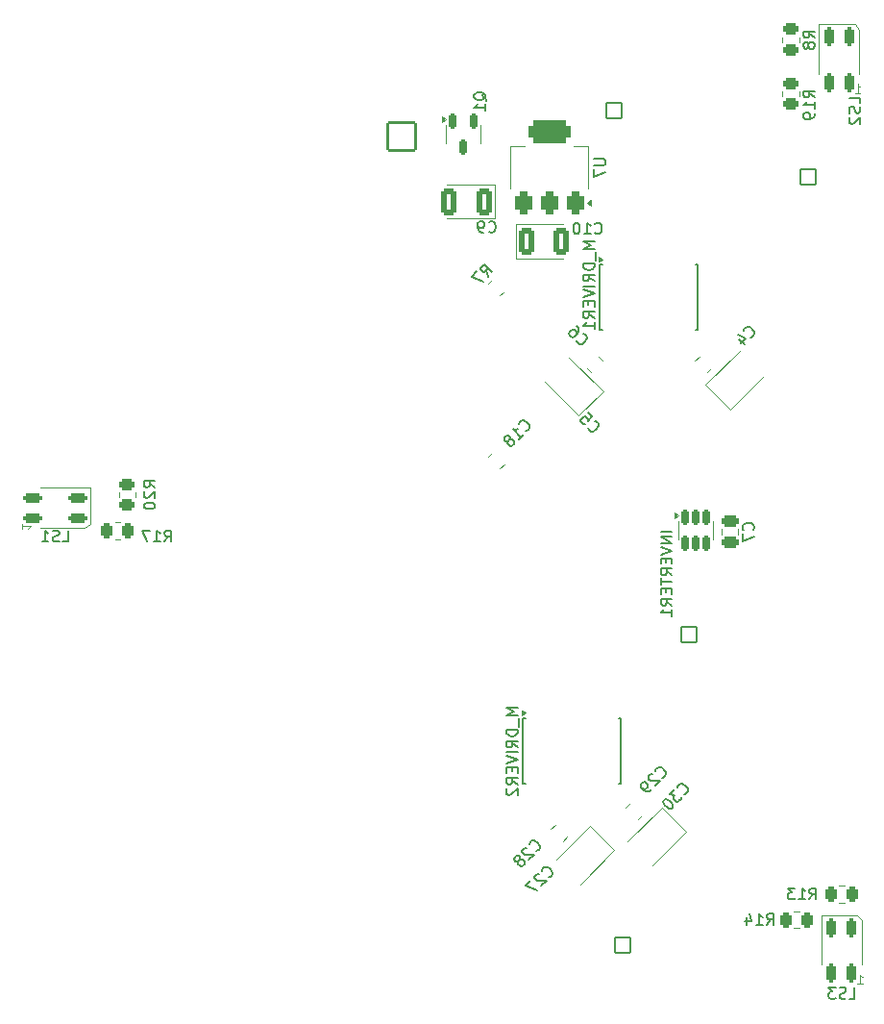
<source format=gbo>
G04 #@! TF.GenerationSoftware,KiCad,Pcbnew,8.0.1*
G04 #@! TF.CreationDate,2024-05-31T17:56:36+02:00*
G04 #@! TF.ProjectId,minisumo_pcb,6d696e69-7375-46d6-9f5f-7063622e6b69,rev?*
G04 #@! TF.SameCoordinates,Original*
G04 #@! TF.FileFunction,Legend,Bot*
G04 #@! TF.FilePolarity,Positive*
%FSLAX46Y46*%
G04 Gerber Fmt 4.6, Leading zero omitted, Abs format (unit mm)*
G04 Created by KiCad (PCBNEW 8.0.1) date 2024-05-31 17:56:36*
%MOMM*%
%LPD*%
G01*
G04 APERTURE LIST*
G04 Aperture macros list*
%AMRoundRect*
0 Rectangle with rounded corners*
0 $1 Rounding radius*
0 $2 $3 $4 $5 $6 $7 $8 $9 X,Y pos of 4 corners*
0 Add a 4 corners polygon primitive as box body*
4,1,4,$2,$3,$4,$5,$6,$7,$8,$9,$2,$3,0*
0 Add four circle primitives for the rounded corners*
1,1,$1+$1,$2,$3*
1,1,$1+$1,$4,$5*
1,1,$1+$1,$6,$7*
1,1,$1+$1,$8,$9*
0 Add four rect primitives between the rounded corners*
20,1,$1+$1,$2,$3,$4,$5,0*
20,1,$1+$1,$4,$5,$6,$7,0*
20,1,$1+$1,$6,$7,$8,$9,0*
20,1,$1+$1,$8,$9,$2,$3,0*%
G04 Aperture macros list end*
%ADD10C,0.150000*%
%ADD11C,0.100000*%
%ADD12C,0.120000*%
%ADD13RoundRect,0.102000X-1.081873X0.000000X0.000000X-1.081873X1.081873X0.000000X0.000000X1.081873X0*%
%ADD14C,1.734000*%
%ADD15RoundRect,0.102000X-1.225000X-1.225000X1.225000X-1.225000X1.225000X1.225000X-1.225000X1.225000X0*%
%ADD16C,2.654000*%
%ADD17RoundRect,0.102000X0.968736X0.000000X0.000000X0.968736X-0.968736X0.000000X0.000000X-0.968736X0*%
%ADD18C,1.574000*%
%ADD19C,1.234000*%
%ADD20RoundRect,0.102000X-0.685000X-0.685000X0.685000X-0.685000X0.685000X0.685000X-0.685000X0.685000X0*%
%ADD21RoundRect,0.102000X-0.685000X0.685000X-0.685000X-0.685000X0.685000X-0.685000X0.685000X0.685000X0*%
%ADD22RoundRect,0.102000X0.000000X-0.968736X0.968736X0.000000X0.000000X0.968736X-0.968736X0.000000X0*%
%ADD23RoundRect,0.102000X0.000000X1.081873X-1.081873X0.000000X0.000000X-1.081873X1.081873X0.000000X0*%
%ADD24RoundRect,0.102000X0.685000X0.685000X-0.685000X0.685000X-0.685000X-0.685000X0.685000X-0.685000X0*%
%ADD25C,2.079000*%
%ADD26RoundRect,0.102000X0.000000X-1.081873X1.081873X0.000000X0.000000X1.081873X-1.081873X0.000000X0*%
%ADD27R,0.450000X1.750000*%
%ADD28RoundRect,0.250000X0.262500X0.450000X-0.262500X0.450000X-0.262500X-0.450000X0.262500X-0.450000X0*%
%ADD29RoundRect,0.250000X-0.159099X0.512652X-0.512652X0.159099X0.159099X-0.512652X0.512652X-0.159099X0*%
%ADD30RoundRect,0.197500X0.632500X-0.197500X0.632500X0.197500X-0.632500X0.197500X-0.632500X-0.197500X0*%
%ADD31RoundRect,0.250000X-0.262500X-0.450000X0.262500X-0.450000X0.262500X0.450000X-0.262500X0.450000X0*%
%ADD32RoundRect,0.250000X0.512652X0.159099X0.159099X0.512652X-0.512652X-0.159099X-0.159099X-0.512652X0*%
%ADD33RoundRect,0.250000X0.945755X0.362392X0.362392X0.945755X-0.945755X-0.362392X-0.362392X-0.945755X0*%
%ADD34RoundRect,0.250000X0.475000X-0.250000X0.475000X0.250000X-0.475000X0.250000X-0.475000X-0.250000X0*%
%ADD35RoundRect,0.250000X-0.362392X0.945755X-0.945755X0.362392X0.362392X-0.945755X0.945755X-0.362392X0*%
%ADD36RoundRect,0.250000X0.362392X-0.945755X0.945755X-0.362392X-0.362392X0.945755X-0.945755X0.362392X0*%
%ADD37RoundRect,0.250000X-0.412500X-0.925000X0.412500X-0.925000X0.412500X0.925000X-0.412500X0.925000X0*%
%ADD38RoundRect,0.150000X-0.150000X0.512500X-0.150000X-0.512500X0.150000X-0.512500X0.150000X0.512500X0*%
%ADD39RoundRect,0.250000X0.159099X-0.512652X0.512652X-0.159099X-0.159099X0.512652X-0.512652X0.159099X0*%
%ADD40RoundRect,0.197500X0.197500X0.632500X-0.197500X0.632500X-0.197500X-0.632500X0.197500X-0.632500X0*%
%ADD41RoundRect,0.250000X0.450000X-0.262500X0.450000X0.262500X-0.450000X0.262500X-0.450000X-0.262500X0*%
%ADD42RoundRect,0.375000X0.375000X-0.625000X0.375000X0.625000X-0.375000X0.625000X-0.375000X-0.625000X0*%
%ADD43RoundRect,0.500000X1.400000X-0.500000X1.400000X0.500000X-1.400000X0.500000X-1.400000X-0.500000X0*%
%ADD44RoundRect,0.250000X0.412500X0.925000X-0.412500X0.925000X-0.412500X-0.925000X0.412500X-0.925000X0*%
%ADD45RoundRect,0.250000X-0.132583X0.503814X-0.503814X0.132583X0.132583X-0.503814X0.503814X-0.132583X0*%
%ADD46RoundRect,0.250000X-0.450000X0.262500X-0.450000X-0.262500X0.450000X-0.262500X0.450000X0.262500X0*%
G04 APERTURE END LIST*
D10*
X124004818Y-119790476D02*
X123004818Y-119790476D01*
X123004818Y-119790476D02*
X123719103Y-120123809D01*
X123719103Y-120123809D02*
X123004818Y-120457142D01*
X123004818Y-120457142D02*
X124004818Y-120457142D01*
X124100056Y-120695238D02*
X124100056Y-121457142D01*
X124004818Y-121695238D02*
X123004818Y-121695238D01*
X123004818Y-121695238D02*
X123004818Y-121933333D01*
X123004818Y-121933333D02*
X123052437Y-122076190D01*
X123052437Y-122076190D02*
X123147675Y-122171428D01*
X123147675Y-122171428D02*
X123242913Y-122219047D01*
X123242913Y-122219047D02*
X123433389Y-122266666D01*
X123433389Y-122266666D02*
X123576246Y-122266666D01*
X123576246Y-122266666D02*
X123766722Y-122219047D01*
X123766722Y-122219047D02*
X123861960Y-122171428D01*
X123861960Y-122171428D02*
X123957199Y-122076190D01*
X123957199Y-122076190D02*
X124004818Y-121933333D01*
X124004818Y-121933333D02*
X124004818Y-121695238D01*
X124004818Y-123266666D02*
X123528627Y-122933333D01*
X124004818Y-122695238D02*
X123004818Y-122695238D01*
X123004818Y-122695238D02*
X123004818Y-123076190D01*
X123004818Y-123076190D02*
X123052437Y-123171428D01*
X123052437Y-123171428D02*
X123100056Y-123219047D01*
X123100056Y-123219047D02*
X123195294Y-123266666D01*
X123195294Y-123266666D02*
X123338151Y-123266666D01*
X123338151Y-123266666D02*
X123433389Y-123219047D01*
X123433389Y-123219047D02*
X123481008Y-123171428D01*
X123481008Y-123171428D02*
X123528627Y-123076190D01*
X123528627Y-123076190D02*
X123528627Y-122695238D01*
X124004818Y-123695238D02*
X123004818Y-123695238D01*
X123004818Y-124028571D02*
X124004818Y-124361904D01*
X124004818Y-124361904D02*
X123004818Y-124695237D01*
X123481008Y-125028571D02*
X123481008Y-125361904D01*
X124004818Y-125504761D02*
X124004818Y-125028571D01*
X124004818Y-125028571D02*
X123004818Y-125028571D01*
X123004818Y-125028571D02*
X123004818Y-125504761D01*
X124004818Y-126504761D02*
X123528627Y-126171428D01*
X124004818Y-125933333D02*
X123004818Y-125933333D01*
X123004818Y-125933333D02*
X123004818Y-126314285D01*
X123004818Y-126314285D02*
X123052437Y-126409523D01*
X123052437Y-126409523D02*
X123100056Y-126457142D01*
X123100056Y-126457142D02*
X123195294Y-126504761D01*
X123195294Y-126504761D02*
X123338151Y-126504761D01*
X123338151Y-126504761D02*
X123433389Y-126457142D01*
X123433389Y-126457142D02*
X123481008Y-126409523D01*
X123481008Y-126409523D02*
X123528627Y-126314285D01*
X123528627Y-126314285D02*
X123528627Y-125933333D01*
X123100056Y-126885714D02*
X123052437Y-126933333D01*
X123052437Y-126933333D02*
X123004818Y-127028571D01*
X123004818Y-127028571D02*
X123004818Y-127266666D01*
X123004818Y-127266666D02*
X123052437Y-127361904D01*
X123052437Y-127361904D02*
X123100056Y-127409523D01*
X123100056Y-127409523D02*
X123195294Y-127457142D01*
X123195294Y-127457142D02*
X123290532Y-127457142D01*
X123290532Y-127457142D02*
X123433389Y-127409523D01*
X123433389Y-127409523D02*
X124004818Y-126838095D01*
X124004818Y-126838095D02*
X124004818Y-127457142D01*
X92890392Y-105148035D02*
X93223725Y-104671844D01*
X93461820Y-105148035D02*
X93461820Y-104148035D01*
X93461820Y-104148035D02*
X93080868Y-104148035D01*
X93080868Y-104148035D02*
X92985630Y-104195654D01*
X92985630Y-104195654D02*
X92938011Y-104243273D01*
X92938011Y-104243273D02*
X92890392Y-104338511D01*
X92890392Y-104338511D02*
X92890392Y-104481368D01*
X92890392Y-104481368D02*
X92938011Y-104576606D01*
X92938011Y-104576606D02*
X92985630Y-104624225D01*
X92985630Y-104624225D02*
X93080868Y-104671844D01*
X93080868Y-104671844D02*
X93461820Y-104671844D01*
X91938011Y-105148035D02*
X92509439Y-105148035D01*
X92223725Y-105148035D02*
X92223725Y-104148035D01*
X92223725Y-104148035D02*
X92318963Y-104290892D01*
X92318963Y-104290892D02*
X92414201Y-104386130D01*
X92414201Y-104386130D02*
X92509439Y-104433749D01*
X91604677Y-104148035D02*
X90938011Y-104148035D01*
X90938011Y-104148035D02*
X91366582Y-105148035D01*
X136725830Y-125910693D02*
X136793174Y-125910693D01*
X136793174Y-125910693D02*
X136927861Y-125843349D01*
X136927861Y-125843349D02*
X136995204Y-125776006D01*
X136995204Y-125776006D02*
X137062548Y-125641319D01*
X137062548Y-125641319D02*
X137062548Y-125506632D01*
X137062548Y-125506632D02*
X137028876Y-125405617D01*
X137028876Y-125405617D02*
X136927861Y-125237258D01*
X136927861Y-125237258D02*
X136826846Y-125136243D01*
X136826846Y-125136243D02*
X136658487Y-125035227D01*
X136658487Y-125035227D02*
X136557472Y-125001556D01*
X136557472Y-125001556D02*
X136422785Y-125001556D01*
X136422785Y-125001556D02*
X136288098Y-125068899D01*
X136288098Y-125068899D02*
X136220754Y-125136243D01*
X136220754Y-125136243D02*
X136153411Y-125270930D01*
X136153411Y-125270930D02*
X136153411Y-125338273D01*
X135884037Y-125607647D02*
X135816693Y-125607647D01*
X135816693Y-125607647D02*
X135715678Y-125641319D01*
X135715678Y-125641319D02*
X135547319Y-125809678D01*
X135547319Y-125809678D02*
X135513647Y-125910693D01*
X135513647Y-125910693D02*
X135513647Y-125978036D01*
X135513647Y-125978036D02*
X135547319Y-126079052D01*
X135547319Y-126079052D02*
X135614663Y-126146395D01*
X135614663Y-126146395D02*
X135749350Y-126213739D01*
X135749350Y-126213739D02*
X136557472Y-126213739D01*
X136557472Y-126213739D02*
X136119739Y-126651471D01*
X135783021Y-126988189D02*
X135648334Y-127122876D01*
X135648334Y-127122876D02*
X135547319Y-127156548D01*
X135547319Y-127156548D02*
X135479975Y-127156548D01*
X135479975Y-127156548D02*
X135311617Y-127122876D01*
X135311617Y-127122876D02*
X135143258Y-127021861D01*
X135143258Y-127021861D02*
X134873884Y-126752487D01*
X134873884Y-126752487D02*
X134840212Y-126651472D01*
X134840212Y-126651472D02*
X134840212Y-126584128D01*
X134840212Y-126584128D02*
X134873884Y-126483113D01*
X134873884Y-126483113D02*
X135008571Y-126348426D01*
X135008571Y-126348426D02*
X135109586Y-126314754D01*
X135109586Y-126314754D02*
X135176930Y-126314754D01*
X135176930Y-126314754D02*
X135277945Y-126348426D01*
X135277945Y-126348426D02*
X135446304Y-126516785D01*
X135446304Y-126516785D02*
X135479975Y-126617800D01*
X135479975Y-126617800D02*
X135479975Y-126685143D01*
X135479975Y-126685143D02*
X135446304Y-126786159D01*
X135446304Y-126786159D02*
X135311617Y-126920846D01*
X135311617Y-126920846D02*
X135210601Y-126954517D01*
X135210601Y-126954517D02*
X135143258Y-126954517D01*
X135143258Y-126954517D02*
X135042243Y-126920846D01*
X83890392Y-105148035D02*
X84366582Y-105148035D01*
X84366582Y-105148035D02*
X84366582Y-104148035D01*
X83604677Y-105100416D02*
X83461820Y-105148035D01*
X83461820Y-105148035D02*
X83223725Y-105148035D01*
X83223725Y-105148035D02*
X83128487Y-105100416D01*
X83128487Y-105100416D02*
X83080868Y-105052796D01*
X83080868Y-105052796D02*
X83033249Y-104957558D01*
X83033249Y-104957558D02*
X83033249Y-104862320D01*
X83033249Y-104862320D02*
X83080868Y-104767082D01*
X83080868Y-104767082D02*
X83128487Y-104719463D01*
X83128487Y-104719463D02*
X83223725Y-104671844D01*
X83223725Y-104671844D02*
X83414201Y-104624225D01*
X83414201Y-104624225D02*
X83509439Y-104576606D01*
X83509439Y-104576606D02*
X83557058Y-104528987D01*
X83557058Y-104528987D02*
X83604677Y-104433749D01*
X83604677Y-104433749D02*
X83604677Y-104338511D01*
X83604677Y-104338511D02*
X83557058Y-104243273D01*
X83557058Y-104243273D02*
X83509439Y-104195654D01*
X83509439Y-104195654D02*
X83414201Y-104148035D01*
X83414201Y-104148035D02*
X83176106Y-104148035D01*
X83176106Y-104148035D02*
X83033249Y-104195654D01*
X82080868Y-105148035D02*
X82652296Y-105148035D01*
X82366582Y-105148035D02*
X82366582Y-104148035D01*
X82366582Y-104148035D02*
X82461820Y-104290892D01*
X82461820Y-104290892D02*
X82557058Y-104386130D01*
X82557058Y-104386130D02*
X82652296Y-104433749D01*
D11*
X80300639Y-103577903D02*
X80300639Y-104035046D01*
X80300639Y-103806474D02*
X81100639Y-103806474D01*
X81100639Y-103806474D02*
X80986354Y-103882665D01*
X80986354Y-103882665D02*
X80910163Y-103958855D01*
X80910163Y-103958855D02*
X80872068Y-104035046D01*
D10*
X145968641Y-138898035D02*
X146301974Y-138421844D01*
X146540069Y-138898035D02*
X146540069Y-137898035D01*
X146540069Y-137898035D02*
X146159117Y-137898035D01*
X146159117Y-137898035D02*
X146063879Y-137945654D01*
X146063879Y-137945654D02*
X146016260Y-137993273D01*
X146016260Y-137993273D02*
X145968641Y-138088511D01*
X145968641Y-138088511D02*
X145968641Y-138231368D01*
X145968641Y-138231368D02*
X146016260Y-138326606D01*
X146016260Y-138326606D02*
X146063879Y-138374225D01*
X146063879Y-138374225D02*
X146159117Y-138421844D01*
X146159117Y-138421844D02*
X146540069Y-138421844D01*
X145016260Y-138898035D02*
X145587688Y-138898035D01*
X145301974Y-138898035D02*
X145301974Y-137898035D01*
X145301974Y-137898035D02*
X145397212Y-138040892D01*
X145397212Y-138040892D02*
X145492450Y-138136130D01*
X145492450Y-138136130D02*
X145587688Y-138183749D01*
X144159117Y-138231368D02*
X144159117Y-138898035D01*
X144397212Y-137850416D02*
X144635307Y-138564701D01*
X144635307Y-138564701D02*
X144016260Y-138564701D01*
X125608830Y-132399693D02*
X125676174Y-132399693D01*
X125676174Y-132399693D02*
X125810861Y-132332349D01*
X125810861Y-132332349D02*
X125878204Y-132265006D01*
X125878204Y-132265006D02*
X125945548Y-132130319D01*
X125945548Y-132130319D02*
X125945548Y-131995632D01*
X125945548Y-131995632D02*
X125911876Y-131894617D01*
X125911876Y-131894617D02*
X125810861Y-131726258D01*
X125810861Y-131726258D02*
X125709846Y-131625243D01*
X125709846Y-131625243D02*
X125541487Y-131524227D01*
X125541487Y-131524227D02*
X125440472Y-131490556D01*
X125440472Y-131490556D02*
X125305785Y-131490556D01*
X125305785Y-131490556D02*
X125171098Y-131557899D01*
X125171098Y-131557899D02*
X125103754Y-131625243D01*
X125103754Y-131625243D02*
X125036411Y-131759930D01*
X125036411Y-131759930D02*
X125036411Y-131827273D01*
X124767037Y-132096647D02*
X124699693Y-132096647D01*
X124699693Y-132096647D02*
X124598678Y-132130319D01*
X124598678Y-132130319D02*
X124430319Y-132298678D01*
X124430319Y-132298678D02*
X124396647Y-132399693D01*
X124396647Y-132399693D02*
X124396647Y-132467036D01*
X124396647Y-132467036D02*
X124430319Y-132568052D01*
X124430319Y-132568052D02*
X124497663Y-132635395D01*
X124497663Y-132635395D02*
X124632350Y-132702739D01*
X124632350Y-132702739D02*
X125440472Y-132702739D01*
X125440472Y-132702739D02*
X125002739Y-133140471D01*
X124194617Y-133140472D02*
X124228288Y-133039456D01*
X124228288Y-133039456D02*
X124228288Y-132972113D01*
X124228288Y-132972113D02*
X124194617Y-132871098D01*
X124194617Y-132871098D02*
X124160945Y-132837426D01*
X124160945Y-132837426D02*
X124059930Y-132803754D01*
X124059930Y-132803754D02*
X123992586Y-132803754D01*
X123992586Y-132803754D02*
X123891571Y-132837426D01*
X123891571Y-132837426D02*
X123756884Y-132972113D01*
X123756884Y-132972113D02*
X123723212Y-133073128D01*
X123723212Y-133073128D02*
X123723212Y-133140472D01*
X123723212Y-133140472D02*
X123756884Y-133241487D01*
X123756884Y-133241487D02*
X123790556Y-133275159D01*
X123790556Y-133275159D02*
X123891571Y-133308830D01*
X123891571Y-133308830D02*
X123958914Y-133308830D01*
X123958914Y-133308830D02*
X124059930Y-133275159D01*
X124059930Y-133275159D02*
X124194617Y-133140472D01*
X124194617Y-133140472D02*
X124295632Y-133106800D01*
X124295632Y-133106800D02*
X124362975Y-133106800D01*
X124362975Y-133106800D02*
X124463991Y-133140472D01*
X124463991Y-133140472D02*
X124598678Y-133275159D01*
X124598678Y-133275159D02*
X124632349Y-133376174D01*
X124632349Y-133376174D02*
X124632349Y-133443517D01*
X124632349Y-133443517D02*
X124598678Y-133544533D01*
X124598678Y-133544533D02*
X124463991Y-133679220D01*
X124463991Y-133679220D02*
X124362975Y-133712891D01*
X124362975Y-133712891D02*
X124295632Y-133712891D01*
X124295632Y-133712891D02*
X124194617Y-133679220D01*
X124194617Y-133679220D02*
X124059930Y-133544533D01*
X124059930Y-133544533D02*
X124026258Y-133443517D01*
X124026258Y-133443517D02*
X124026258Y-133376174D01*
X124026258Y-133376174D02*
X124059930Y-133275159D01*
X129188664Y-87432238D02*
X129188664Y-87499582D01*
X129188664Y-87499582D02*
X129256008Y-87634269D01*
X129256008Y-87634269D02*
X129323351Y-87701612D01*
X129323351Y-87701612D02*
X129458038Y-87768956D01*
X129458038Y-87768956D02*
X129592725Y-87768956D01*
X129592725Y-87768956D02*
X129693740Y-87735284D01*
X129693740Y-87735284D02*
X129862099Y-87634269D01*
X129862099Y-87634269D02*
X129963114Y-87533254D01*
X129963114Y-87533254D02*
X130064130Y-87364895D01*
X130064130Y-87364895D02*
X130097801Y-87263880D01*
X130097801Y-87263880D02*
X130097801Y-87129193D01*
X130097801Y-87129193D02*
X130030458Y-86994506D01*
X130030458Y-86994506D02*
X129963114Y-86927162D01*
X129963114Y-86927162D02*
X129828427Y-86859819D01*
X129828427Y-86859819D02*
X129761084Y-86859819D01*
X129222336Y-86186384D02*
X129357023Y-86321071D01*
X129357023Y-86321071D02*
X129390695Y-86422086D01*
X129390695Y-86422086D02*
X129390695Y-86489429D01*
X129390695Y-86489429D02*
X129357023Y-86657788D01*
X129357023Y-86657788D02*
X129256008Y-86826147D01*
X129256008Y-86826147D02*
X128986634Y-87095521D01*
X128986634Y-87095521D02*
X128885618Y-87129193D01*
X128885618Y-87129193D02*
X128818275Y-87129193D01*
X128818275Y-87129193D02*
X128717260Y-87095521D01*
X128717260Y-87095521D02*
X128582573Y-86960834D01*
X128582573Y-86960834D02*
X128548901Y-86859819D01*
X128548901Y-86859819D02*
X128548901Y-86792475D01*
X128548901Y-86792475D02*
X128582573Y-86691460D01*
X128582573Y-86691460D02*
X128750931Y-86523101D01*
X128750931Y-86523101D02*
X128851947Y-86489429D01*
X128851947Y-86489429D02*
X128919290Y-86489429D01*
X128919290Y-86489429D02*
X129020305Y-86523101D01*
X129020305Y-86523101D02*
X129154992Y-86657788D01*
X129154992Y-86657788D02*
X129188664Y-86758803D01*
X129188664Y-86758803D02*
X129188664Y-86826147D01*
X129188664Y-86826147D02*
X129154992Y-86927162D01*
X130212111Y-95094112D02*
X130212111Y-95161456D01*
X130212111Y-95161456D02*
X130279455Y-95296143D01*
X130279455Y-95296143D02*
X130346798Y-95363486D01*
X130346798Y-95363486D02*
X130481485Y-95430830D01*
X130481485Y-95430830D02*
X130616172Y-95430830D01*
X130616172Y-95430830D02*
X130717187Y-95397158D01*
X130717187Y-95397158D02*
X130885546Y-95296143D01*
X130885546Y-95296143D02*
X130986561Y-95195128D01*
X130986561Y-95195128D02*
X131087577Y-95026769D01*
X131087577Y-95026769D02*
X131121248Y-94925754D01*
X131121248Y-94925754D02*
X131121248Y-94791067D01*
X131121248Y-94791067D02*
X131053905Y-94656380D01*
X131053905Y-94656380D02*
X130986561Y-94589036D01*
X130986561Y-94589036D02*
X130851874Y-94521693D01*
X130851874Y-94521693D02*
X130784531Y-94521693D01*
X130212111Y-93814586D02*
X130548829Y-94151303D01*
X130548829Y-94151303D02*
X130245783Y-94521693D01*
X130245783Y-94521693D02*
X130245783Y-94454349D01*
X130245783Y-94454349D02*
X130212111Y-94353334D01*
X130212111Y-94353334D02*
X130043752Y-94184975D01*
X130043752Y-94184975D02*
X129942737Y-94151303D01*
X129942737Y-94151303D02*
X129875394Y-94151303D01*
X129875394Y-94151303D02*
X129774378Y-94184975D01*
X129774378Y-94184975D02*
X129606020Y-94353334D01*
X129606020Y-94353334D02*
X129572348Y-94454349D01*
X129572348Y-94454349D02*
X129572348Y-94521693D01*
X129572348Y-94521693D02*
X129606020Y-94622708D01*
X129606020Y-94622708D02*
X129774378Y-94791067D01*
X129774378Y-94791067D02*
X129875394Y-94824738D01*
X129875394Y-94824738D02*
X129942737Y-94824738D01*
X144739579Y-104110833D02*
X144787199Y-104063214D01*
X144787199Y-104063214D02*
X144834818Y-103920357D01*
X144834818Y-103920357D02*
X144834818Y-103825119D01*
X144834818Y-103825119D02*
X144787199Y-103682262D01*
X144787199Y-103682262D02*
X144691960Y-103587024D01*
X144691960Y-103587024D02*
X144596722Y-103539405D01*
X144596722Y-103539405D02*
X144406246Y-103491786D01*
X144406246Y-103491786D02*
X144263389Y-103491786D01*
X144263389Y-103491786D02*
X144072913Y-103539405D01*
X144072913Y-103539405D02*
X143977675Y-103587024D01*
X143977675Y-103587024D02*
X143882437Y-103682262D01*
X143882437Y-103682262D02*
X143834818Y-103825119D01*
X143834818Y-103825119D02*
X143834818Y-103920357D01*
X143834818Y-103920357D02*
X143882437Y-104063214D01*
X143882437Y-104063214D02*
X143930056Y-104110833D01*
X143834818Y-104444167D02*
X143834818Y-105110833D01*
X143834818Y-105110833D02*
X144834818Y-104682262D01*
X126708830Y-134699693D02*
X126776174Y-134699693D01*
X126776174Y-134699693D02*
X126910861Y-134632349D01*
X126910861Y-134632349D02*
X126978204Y-134565006D01*
X126978204Y-134565006D02*
X127045548Y-134430319D01*
X127045548Y-134430319D02*
X127045548Y-134295632D01*
X127045548Y-134295632D02*
X127011876Y-134194617D01*
X127011876Y-134194617D02*
X126910861Y-134026258D01*
X126910861Y-134026258D02*
X126809846Y-133925243D01*
X126809846Y-133925243D02*
X126641487Y-133824227D01*
X126641487Y-133824227D02*
X126540472Y-133790556D01*
X126540472Y-133790556D02*
X126405785Y-133790556D01*
X126405785Y-133790556D02*
X126271098Y-133857899D01*
X126271098Y-133857899D02*
X126203754Y-133925243D01*
X126203754Y-133925243D02*
X126136411Y-134059930D01*
X126136411Y-134059930D02*
X126136411Y-134127273D01*
X125867037Y-134396647D02*
X125799693Y-134396647D01*
X125799693Y-134396647D02*
X125698678Y-134430319D01*
X125698678Y-134430319D02*
X125530319Y-134598678D01*
X125530319Y-134598678D02*
X125496647Y-134699693D01*
X125496647Y-134699693D02*
X125496647Y-134767036D01*
X125496647Y-134767036D02*
X125530319Y-134868052D01*
X125530319Y-134868052D02*
X125597663Y-134935395D01*
X125597663Y-134935395D02*
X125732350Y-135002739D01*
X125732350Y-135002739D02*
X126540472Y-135002739D01*
X126540472Y-135002739D02*
X126102739Y-135440471D01*
X125159930Y-134969067D02*
X124688525Y-135440472D01*
X124688525Y-135440472D02*
X125698678Y-135844533D01*
X144517112Y-87131411D02*
X144584456Y-87131411D01*
X144584456Y-87131411D02*
X144719143Y-87064067D01*
X144719143Y-87064067D02*
X144786486Y-86996724D01*
X144786486Y-86996724D02*
X144853830Y-86862037D01*
X144853830Y-86862037D02*
X144853830Y-86727350D01*
X144853830Y-86727350D02*
X144820158Y-86626335D01*
X144820158Y-86626335D02*
X144719143Y-86457976D01*
X144719143Y-86457976D02*
X144618128Y-86356961D01*
X144618128Y-86356961D02*
X144449769Y-86255945D01*
X144449769Y-86255945D02*
X144348754Y-86222274D01*
X144348754Y-86222274D02*
X144214067Y-86222274D01*
X144214067Y-86222274D02*
X144079380Y-86289617D01*
X144079380Y-86289617D02*
X144012036Y-86356961D01*
X144012036Y-86356961D02*
X143944693Y-86491648D01*
X143944693Y-86491648D02*
X143944693Y-86558991D01*
X143506960Y-87333441D02*
X143978364Y-87804846D01*
X143405945Y-86895709D02*
X144079380Y-87232426D01*
X144079380Y-87232426D02*
X143641647Y-87670159D01*
X130817857Y-77959580D02*
X130865476Y-78007200D01*
X130865476Y-78007200D02*
X131008333Y-78054819D01*
X131008333Y-78054819D02*
X131103571Y-78054819D01*
X131103571Y-78054819D02*
X131246428Y-78007200D01*
X131246428Y-78007200D02*
X131341666Y-77911961D01*
X131341666Y-77911961D02*
X131389285Y-77816723D01*
X131389285Y-77816723D02*
X131436904Y-77626247D01*
X131436904Y-77626247D02*
X131436904Y-77483390D01*
X131436904Y-77483390D02*
X131389285Y-77292914D01*
X131389285Y-77292914D02*
X131341666Y-77197676D01*
X131341666Y-77197676D02*
X131246428Y-77102438D01*
X131246428Y-77102438D02*
X131103571Y-77054819D01*
X131103571Y-77054819D02*
X131008333Y-77054819D01*
X131008333Y-77054819D02*
X130865476Y-77102438D01*
X130865476Y-77102438D02*
X130817857Y-77150057D01*
X129865476Y-78054819D02*
X130436904Y-78054819D01*
X130151190Y-78054819D02*
X130151190Y-77054819D01*
X130151190Y-77054819D02*
X130246428Y-77197676D01*
X130246428Y-77197676D02*
X130341666Y-77292914D01*
X130341666Y-77292914D02*
X130436904Y-77340533D01*
X129246428Y-77054819D02*
X129151190Y-77054819D01*
X129151190Y-77054819D02*
X129055952Y-77102438D01*
X129055952Y-77102438D02*
X129008333Y-77150057D01*
X129008333Y-77150057D02*
X128960714Y-77245295D01*
X128960714Y-77245295D02*
X128913095Y-77435771D01*
X128913095Y-77435771D02*
X128913095Y-77673866D01*
X128913095Y-77673866D02*
X128960714Y-77864342D01*
X128960714Y-77864342D02*
X129008333Y-77959580D01*
X129008333Y-77959580D02*
X129055952Y-78007200D01*
X129055952Y-78007200D02*
X129151190Y-78054819D01*
X129151190Y-78054819D02*
X129246428Y-78054819D01*
X129246428Y-78054819D02*
X129341666Y-78007200D01*
X129341666Y-78007200D02*
X129389285Y-77959580D01*
X129389285Y-77959580D02*
X129436904Y-77864342D01*
X129436904Y-77864342D02*
X129484523Y-77673866D01*
X129484523Y-77673866D02*
X129484523Y-77435771D01*
X129484523Y-77435771D02*
X129436904Y-77245295D01*
X129436904Y-77245295D02*
X129389285Y-77150057D01*
X129389285Y-77150057D02*
X129341666Y-77102438D01*
X129341666Y-77102438D02*
X129246428Y-77054819D01*
X121250057Y-66304761D02*
X121202438Y-66209523D01*
X121202438Y-66209523D02*
X121107200Y-66114285D01*
X121107200Y-66114285D02*
X120964342Y-65971428D01*
X120964342Y-65971428D02*
X120916723Y-65876190D01*
X120916723Y-65876190D02*
X120916723Y-65780952D01*
X121154819Y-65828571D02*
X121107200Y-65733333D01*
X121107200Y-65733333D02*
X121011961Y-65638095D01*
X121011961Y-65638095D02*
X120821485Y-65590476D01*
X120821485Y-65590476D02*
X120488152Y-65590476D01*
X120488152Y-65590476D02*
X120297676Y-65638095D01*
X120297676Y-65638095D02*
X120202438Y-65733333D01*
X120202438Y-65733333D02*
X120154819Y-65828571D01*
X120154819Y-65828571D02*
X120154819Y-66019047D01*
X120154819Y-66019047D02*
X120202438Y-66114285D01*
X120202438Y-66114285D02*
X120297676Y-66209523D01*
X120297676Y-66209523D02*
X120488152Y-66257142D01*
X120488152Y-66257142D02*
X120821485Y-66257142D01*
X120821485Y-66257142D02*
X121011961Y-66209523D01*
X121011961Y-66209523D02*
X121107200Y-66114285D01*
X121107200Y-66114285D02*
X121154819Y-66019047D01*
X121154819Y-66019047D02*
X121154819Y-65828571D01*
X121154819Y-67209523D02*
X121154819Y-66638095D01*
X121154819Y-66923809D02*
X120154819Y-66923809D01*
X120154819Y-66923809D02*
X120297676Y-66828571D01*
X120297676Y-66828571D02*
X120392914Y-66733333D01*
X120392914Y-66733333D02*
X120440533Y-66638095D01*
X149718641Y-136648035D02*
X150051974Y-136171844D01*
X150290069Y-136648035D02*
X150290069Y-135648035D01*
X150290069Y-135648035D02*
X149909117Y-135648035D01*
X149909117Y-135648035D02*
X149813879Y-135695654D01*
X149813879Y-135695654D02*
X149766260Y-135743273D01*
X149766260Y-135743273D02*
X149718641Y-135838511D01*
X149718641Y-135838511D02*
X149718641Y-135981368D01*
X149718641Y-135981368D02*
X149766260Y-136076606D01*
X149766260Y-136076606D02*
X149813879Y-136124225D01*
X149813879Y-136124225D02*
X149909117Y-136171844D01*
X149909117Y-136171844D02*
X150290069Y-136171844D01*
X148766260Y-136648035D02*
X149337688Y-136648035D01*
X149051974Y-136648035D02*
X149051974Y-135648035D01*
X149051974Y-135648035D02*
X149147212Y-135790892D01*
X149147212Y-135790892D02*
X149242450Y-135886130D01*
X149242450Y-135886130D02*
X149337688Y-135933749D01*
X148432926Y-135648035D02*
X147813879Y-135648035D01*
X147813879Y-135648035D02*
X148147212Y-136028987D01*
X148147212Y-136028987D02*
X148004355Y-136028987D01*
X148004355Y-136028987D02*
X147909117Y-136076606D01*
X147909117Y-136076606D02*
X147861498Y-136124225D01*
X147861498Y-136124225D02*
X147813879Y-136219463D01*
X147813879Y-136219463D02*
X147813879Y-136457558D01*
X147813879Y-136457558D02*
X147861498Y-136552796D01*
X147861498Y-136552796D02*
X147909117Y-136600416D01*
X147909117Y-136600416D02*
X148004355Y-136648035D01*
X148004355Y-136648035D02*
X148290069Y-136648035D01*
X148290069Y-136648035D02*
X148385307Y-136600416D01*
X148385307Y-136600416D02*
X148432926Y-136552796D01*
X138681630Y-127383893D02*
X138748974Y-127383893D01*
X138748974Y-127383893D02*
X138883661Y-127316549D01*
X138883661Y-127316549D02*
X138951004Y-127249206D01*
X138951004Y-127249206D02*
X139018348Y-127114519D01*
X139018348Y-127114519D02*
X139018348Y-126979832D01*
X139018348Y-126979832D02*
X138984676Y-126878817D01*
X138984676Y-126878817D02*
X138883661Y-126710458D01*
X138883661Y-126710458D02*
X138782646Y-126609443D01*
X138782646Y-126609443D02*
X138614287Y-126508427D01*
X138614287Y-126508427D02*
X138513272Y-126474756D01*
X138513272Y-126474756D02*
X138378585Y-126474756D01*
X138378585Y-126474756D02*
X138243898Y-126542099D01*
X138243898Y-126542099D02*
X138176554Y-126609443D01*
X138176554Y-126609443D02*
X138109211Y-126744130D01*
X138109211Y-126744130D02*
X138109211Y-126811473D01*
X137806165Y-126979832D02*
X137368432Y-127417565D01*
X137368432Y-127417565D02*
X137873508Y-127451236D01*
X137873508Y-127451236D02*
X137772493Y-127552252D01*
X137772493Y-127552252D02*
X137738821Y-127653267D01*
X137738821Y-127653267D02*
X137738821Y-127720610D01*
X137738821Y-127720610D02*
X137772493Y-127821626D01*
X137772493Y-127821626D02*
X137940852Y-127989984D01*
X137940852Y-127989984D02*
X138041867Y-128023656D01*
X138041867Y-128023656D02*
X138109211Y-128023656D01*
X138109211Y-128023656D02*
X138210226Y-127989984D01*
X138210226Y-127989984D02*
X138412256Y-127787954D01*
X138412256Y-127787954D02*
X138445928Y-127686939D01*
X138445928Y-127686939D02*
X138445928Y-127619595D01*
X136930699Y-127855298D02*
X136863356Y-127922641D01*
X136863356Y-127922641D02*
X136829684Y-128023656D01*
X136829684Y-128023656D02*
X136829684Y-128091000D01*
X136829684Y-128091000D02*
X136863356Y-128192015D01*
X136863356Y-128192015D02*
X136964371Y-128360374D01*
X136964371Y-128360374D02*
X137132730Y-128528733D01*
X137132730Y-128528733D02*
X137301088Y-128629748D01*
X137301088Y-128629748D02*
X137402104Y-128663420D01*
X137402104Y-128663420D02*
X137469447Y-128663420D01*
X137469447Y-128663420D02*
X137570462Y-128629748D01*
X137570462Y-128629748D02*
X137637806Y-128562404D01*
X137637806Y-128562404D02*
X137671478Y-128461389D01*
X137671478Y-128461389D02*
X137671478Y-128394046D01*
X137671478Y-128394046D02*
X137637806Y-128293030D01*
X137637806Y-128293030D02*
X137536791Y-128124672D01*
X137536791Y-128124672D02*
X137368432Y-127956313D01*
X137368432Y-127956313D02*
X137200073Y-127855298D01*
X137200073Y-127855298D02*
X137099058Y-127821626D01*
X137099058Y-127821626D02*
X137031714Y-127821626D01*
X137031714Y-127821626D02*
X136930699Y-127855298D01*
X137614819Y-104235714D02*
X136614819Y-104235714D01*
X137614819Y-104711904D02*
X136614819Y-104711904D01*
X136614819Y-104711904D02*
X137614819Y-105283332D01*
X137614819Y-105283332D02*
X136614819Y-105283332D01*
X136614819Y-105616666D02*
X137614819Y-105949999D01*
X137614819Y-105949999D02*
X136614819Y-106283332D01*
X137091009Y-106616666D02*
X137091009Y-106949999D01*
X137614819Y-107092856D02*
X137614819Y-106616666D01*
X137614819Y-106616666D02*
X136614819Y-106616666D01*
X136614819Y-106616666D02*
X136614819Y-107092856D01*
X137614819Y-108092856D02*
X137138628Y-107759523D01*
X137614819Y-107521428D02*
X136614819Y-107521428D01*
X136614819Y-107521428D02*
X136614819Y-107902380D01*
X136614819Y-107902380D02*
X136662438Y-107997618D01*
X136662438Y-107997618D02*
X136710057Y-108045237D01*
X136710057Y-108045237D02*
X136805295Y-108092856D01*
X136805295Y-108092856D02*
X136948152Y-108092856D01*
X136948152Y-108092856D02*
X137043390Y-108045237D01*
X137043390Y-108045237D02*
X137091009Y-107997618D01*
X137091009Y-107997618D02*
X137138628Y-107902380D01*
X137138628Y-107902380D02*
X137138628Y-107521428D01*
X136614819Y-108378571D02*
X136614819Y-108949999D01*
X137614819Y-108664285D02*
X136614819Y-108664285D01*
X137091009Y-109283333D02*
X137091009Y-109616666D01*
X137614819Y-109759523D02*
X137614819Y-109283333D01*
X137614819Y-109283333D02*
X136614819Y-109283333D01*
X136614819Y-109283333D02*
X136614819Y-109759523D01*
X137614819Y-110759523D02*
X137138628Y-110426190D01*
X137614819Y-110188095D02*
X136614819Y-110188095D01*
X136614819Y-110188095D02*
X136614819Y-110569047D01*
X136614819Y-110569047D02*
X136662438Y-110664285D01*
X136662438Y-110664285D02*
X136710057Y-110711904D01*
X136710057Y-110711904D02*
X136805295Y-110759523D01*
X136805295Y-110759523D02*
X136948152Y-110759523D01*
X136948152Y-110759523D02*
X137043390Y-110711904D01*
X137043390Y-110711904D02*
X137091009Y-110664285D01*
X137091009Y-110664285D02*
X137138628Y-110569047D01*
X137138628Y-110569047D02*
X137138628Y-110188095D01*
X137614819Y-111711904D02*
X137614819Y-111140476D01*
X137614819Y-111426190D02*
X136614819Y-111426190D01*
X136614819Y-111426190D02*
X136757676Y-111330952D01*
X136757676Y-111330952D02*
X136852914Y-111235714D01*
X136852914Y-111235714D02*
X136900533Y-111140476D01*
X153218641Y-145398035D02*
X153694831Y-145398035D01*
X153694831Y-145398035D02*
X153694831Y-144398035D01*
X152932926Y-145350416D02*
X152790069Y-145398035D01*
X152790069Y-145398035D02*
X152551974Y-145398035D01*
X152551974Y-145398035D02*
X152456736Y-145350416D01*
X152456736Y-145350416D02*
X152409117Y-145302796D01*
X152409117Y-145302796D02*
X152361498Y-145207558D01*
X152361498Y-145207558D02*
X152361498Y-145112320D01*
X152361498Y-145112320D02*
X152409117Y-145017082D01*
X152409117Y-145017082D02*
X152456736Y-144969463D01*
X152456736Y-144969463D02*
X152551974Y-144921844D01*
X152551974Y-144921844D02*
X152742450Y-144874225D01*
X152742450Y-144874225D02*
X152837688Y-144826606D01*
X152837688Y-144826606D02*
X152885307Y-144778987D01*
X152885307Y-144778987D02*
X152932926Y-144683749D01*
X152932926Y-144683749D02*
X152932926Y-144588511D01*
X152932926Y-144588511D02*
X152885307Y-144493273D01*
X152885307Y-144493273D02*
X152837688Y-144445654D01*
X152837688Y-144445654D02*
X152742450Y-144398035D01*
X152742450Y-144398035D02*
X152504355Y-144398035D01*
X152504355Y-144398035D02*
X152361498Y-144445654D01*
X152028164Y-144398035D02*
X151409117Y-144398035D01*
X151409117Y-144398035D02*
X151742450Y-144778987D01*
X151742450Y-144778987D02*
X151599593Y-144778987D01*
X151599593Y-144778987D02*
X151504355Y-144826606D01*
X151504355Y-144826606D02*
X151456736Y-144874225D01*
X151456736Y-144874225D02*
X151409117Y-144969463D01*
X151409117Y-144969463D02*
X151409117Y-145207558D01*
X151409117Y-145207558D02*
X151456736Y-145302796D01*
X151456736Y-145302796D02*
X151504355Y-145350416D01*
X151504355Y-145350416D02*
X151599593Y-145398035D01*
X151599593Y-145398035D02*
X151885307Y-145398035D01*
X151885307Y-145398035D02*
X151980545Y-145350416D01*
X151980545Y-145350416D02*
X152028164Y-145302796D01*
D11*
X153927386Y-144063111D02*
X154384529Y-144063111D01*
X154155957Y-144063111D02*
X154155957Y-143263111D01*
X154155957Y-143263111D02*
X154232148Y-143377396D01*
X154232148Y-143377396D02*
X154308338Y-143453587D01*
X154308338Y-143453587D02*
X154384529Y-143491682D01*
D10*
X150180603Y-60776549D02*
X149704412Y-60443216D01*
X150180603Y-60205121D02*
X149180603Y-60205121D01*
X149180603Y-60205121D02*
X149180603Y-60586073D01*
X149180603Y-60586073D02*
X149228222Y-60681311D01*
X149228222Y-60681311D02*
X149275841Y-60728930D01*
X149275841Y-60728930D02*
X149371079Y-60776549D01*
X149371079Y-60776549D02*
X149513936Y-60776549D01*
X149513936Y-60776549D02*
X149609174Y-60728930D01*
X149609174Y-60728930D02*
X149656793Y-60681311D01*
X149656793Y-60681311D02*
X149704412Y-60586073D01*
X149704412Y-60586073D02*
X149704412Y-60205121D01*
X149609174Y-61347978D02*
X149561555Y-61252740D01*
X149561555Y-61252740D02*
X149513936Y-61205121D01*
X149513936Y-61205121D02*
X149418698Y-61157502D01*
X149418698Y-61157502D02*
X149371079Y-61157502D01*
X149371079Y-61157502D02*
X149275841Y-61205121D01*
X149275841Y-61205121D02*
X149228222Y-61252740D01*
X149228222Y-61252740D02*
X149180603Y-61347978D01*
X149180603Y-61347978D02*
X149180603Y-61538454D01*
X149180603Y-61538454D02*
X149228222Y-61633692D01*
X149228222Y-61633692D02*
X149275841Y-61681311D01*
X149275841Y-61681311D02*
X149371079Y-61728930D01*
X149371079Y-61728930D02*
X149418698Y-61728930D01*
X149418698Y-61728930D02*
X149513936Y-61681311D01*
X149513936Y-61681311D02*
X149561555Y-61633692D01*
X149561555Y-61633692D02*
X149609174Y-61538454D01*
X149609174Y-61538454D02*
X149609174Y-61347978D01*
X149609174Y-61347978D02*
X149656793Y-61252740D01*
X149656793Y-61252740D02*
X149704412Y-61205121D01*
X149704412Y-61205121D02*
X149799650Y-61157502D01*
X149799650Y-61157502D02*
X149990126Y-61157502D01*
X149990126Y-61157502D02*
X150085364Y-61205121D01*
X150085364Y-61205121D02*
X150132984Y-61252740D01*
X150132984Y-61252740D02*
X150180603Y-61347978D01*
X150180603Y-61347978D02*
X150180603Y-61538454D01*
X150180603Y-61538454D02*
X150132984Y-61633692D01*
X150132984Y-61633692D02*
X150085364Y-61681311D01*
X150085364Y-61681311D02*
X149990126Y-61728930D01*
X149990126Y-61728930D02*
X149799650Y-61728930D01*
X149799650Y-61728930D02*
X149704412Y-61681311D01*
X149704412Y-61681311D02*
X149656793Y-61633692D01*
X149656793Y-61633692D02*
X149609174Y-61538454D01*
X150180603Y-66032142D02*
X149704412Y-65698809D01*
X150180603Y-65460714D02*
X149180603Y-65460714D01*
X149180603Y-65460714D02*
X149180603Y-65841666D01*
X149180603Y-65841666D02*
X149228222Y-65936904D01*
X149228222Y-65936904D02*
X149275841Y-65984523D01*
X149275841Y-65984523D02*
X149371079Y-66032142D01*
X149371079Y-66032142D02*
X149513936Y-66032142D01*
X149513936Y-66032142D02*
X149609174Y-65984523D01*
X149609174Y-65984523D02*
X149656793Y-65936904D01*
X149656793Y-65936904D02*
X149704412Y-65841666D01*
X149704412Y-65841666D02*
X149704412Y-65460714D01*
X150180603Y-66984523D02*
X150180603Y-66413095D01*
X150180603Y-66698809D02*
X149180603Y-66698809D01*
X149180603Y-66698809D02*
X149323460Y-66603571D01*
X149323460Y-66603571D02*
X149418698Y-66508333D01*
X149418698Y-66508333D02*
X149466317Y-66413095D01*
X150180603Y-67460714D02*
X150180603Y-67651190D01*
X150180603Y-67651190D02*
X150132984Y-67746428D01*
X150132984Y-67746428D02*
X150085364Y-67794047D01*
X150085364Y-67794047D02*
X149942507Y-67889285D01*
X149942507Y-67889285D02*
X149752031Y-67936904D01*
X149752031Y-67936904D02*
X149371079Y-67936904D01*
X149371079Y-67936904D02*
X149275841Y-67889285D01*
X149275841Y-67889285D02*
X149228222Y-67841666D01*
X149228222Y-67841666D02*
X149180603Y-67746428D01*
X149180603Y-67746428D02*
X149180603Y-67555952D01*
X149180603Y-67555952D02*
X149228222Y-67460714D01*
X149228222Y-67460714D02*
X149275841Y-67413095D01*
X149275841Y-67413095D02*
X149371079Y-67365476D01*
X149371079Y-67365476D02*
X149609174Y-67365476D01*
X149609174Y-67365476D02*
X149704412Y-67413095D01*
X149704412Y-67413095D02*
X149752031Y-67460714D01*
X149752031Y-67460714D02*
X149799650Y-67555952D01*
X149799650Y-67555952D02*
X149799650Y-67746428D01*
X149799650Y-67746428D02*
X149752031Y-67841666D01*
X149752031Y-67841666D02*
X149704412Y-67889285D01*
X149704412Y-67889285D02*
X149609174Y-67936904D01*
X130754820Y-71431311D02*
X131564343Y-71431311D01*
X131564343Y-71431311D02*
X131659581Y-71478930D01*
X131659581Y-71478930D02*
X131707201Y-71526549D01*
X131707201Y-71526549D02*
X131754820Y-71621787D01*
X131754820Y-71621787D02*
X131754820Y-71812263D01*
X131754820Y-71812263D02*
X131707201Y-71907501D01*
X131707201Y-71907501D02*
X131659581Y-71955120D01*
X131659581Y-71955120D02*
X131564343Y-72002739D01*
X131564343Y-72002739D02*
X130754820Y-72002739D01*
X130754820Y-72383692D02*
X130754820Y-73050358D01*
X130754820Y-73050358D02*
X131754820Y-72621787D01*
X121451666Y-77829580D02*
X121499285Y-77877200D01*
X121499285Y-77877200D02*
X121642142Y-77924819D01*
X121642142Y-77924819D02*
X121737380Y-77924819D01*
X121737380Y-77924819D02*
X121880237Y-77877200D01*
X121880237Y-77877200D02*
X121975475Y-77781961D01*
X121975475Y-77781961D02*
X122023094Y-77686723D01*
X122023094Y-77686723D02*
X122070713Y-77496247D01*
X122070713Y-77496247D02*
X122070713Y-77353390D01*
X122070713Y-77353390D02*
X122023094Y-77162914D01*
X122023094Y-77162914D02*
X121975475Y-77067676D01*
X121975475Y-77067676D02*
X121880237Y-76972438D01*
X121880237Y-76972438D02*
X121737380Y-76924819D01*
X121737380Y-76924819D02*
X121642142Y-76924819D01*
X121642142Y-76924819D02*
X121499285Y-76972438D01*
X121499285Y-76972438D02*
X121451666Y-77020057D01*
X120975475Y-77924819D02*
X120784999Y-77924819D01*
X120784999Y-77924819D02*
X120689761Y-77877200D01*
X120689761Y-77877200D02*
X120642142Y-77829580D01*
X120642142Y-77829580D02*
X120546904Y-77686723D01*
X120546904Y-77686723D02*
X120499285Y-77496247D01*
X120499285Y-77496247D02*
X120499285Y-77115295D01*
X120499285Y-77115295D02*
X120546904Y-77020057D01*
X120546904Y-77020057D02*
X120594523Y-76972438D01*
X120594523Y-76972438D02*
X120689761Y-76924819D01*
X120689761Y-76924819D02*
X120880237Y-76924819D01*
X120880237Y-76924819D02*
X120975475Y-76972438D01*
X120975475Y-76972438D02*
X121023094Y-77020057D01*
X121023094Y-77020057D02*
X121070713Y-77115295D01*
X121070713Y-77115295D02*
X121070713Y-77353390D01*
X121070713Y-77353390D02*
X121023094Y-77448628D01*
X121023094Y-77448628D02*
X120975475Y-77496247D01*
X120975475Y-77496247D02*
X120880237Y-77543866D01*
X120880237Y-77543866D02*
X120689761Y-77543866D01*
X120689761Y-77543866D02*
X120594523Y-77496247D01*
X120594523Y-77496247D02*
X120546904Y-77448628D01*
X120546904Y-77448628D02*
X120499285Y-77353390D01*
X121372730Y-81837028D02*
X121271715Y-81264609D01*
X121776791Y-81432967D02*
X121069684Y-80725861D01*
X121069684Y-80725861D02*
X120800310Y-80995235D01*
X120800310Y-80995235D02*
X120766638Y-81096250D01*
X120766638Y-81096250D02*
X120766638Y-81163593D01*
X120766638Y-81163593D02*
X120800310Y-81264609D01*
X120800310Y-81264609D02*
X120901325Y-81365624D01*
X120901325Y-81365624D02*
X121002341Y-81399296D01*
X121002341Y-81399296D02*
X121069684Y-81399296D01*
X121069684Y-81399296D02*
X121170699Y-81365624D01*
X121170699Y-81365624D02*
X121440073Y-81096250D01*
X120429921Y-81365624D02*
X119958516Y-81837028D01*
X119958516Y-81837028D02*
X120968669Y-82241089D01*
X92054819Y-100357142D02*
X91578628Y-100023809D01*
X92054819Y-99785714D02*
X91054819Y-99785714D01*
X91054819Y-99785714D02*
X91054819Y-100166666D01*
X91054819Y-100166666D02*
X91102438Y-100261904D01*
X91102438Y-100261904D02*
X91150057Y-100309523D01*
X91150057Y-100309523D02*
X91245295Y-100357142D01*
X91245295Y-100357142D02*
X91388152Y-100357142D01*
X91388152Y-100357142D02*
X91483390Y-100309523D01*
X91483390Y-100309523D02*
X91531009Y-100261904D01*
X91531009Y-100261904D02*
X91578628Y-100166666D01*
X91578628Y-100166666D02*
X91578628Y-99785714D01*
X91150057Y-100738095D02*
X91102438Y-100785714D01*
X91102438Y-100785714D02*
X91054819Y-100880952D01*
X91054819Y-100880952D02*
X91054819Y-101119047D01*
X91054819Y-101119047D02*
X91102438Y-101214285D01*
X91102438Y-101214285D02*
X91150057Y-101261904D01*
X91150057Y-101261904D02*
X91245295Y-101309523D01*
X91245295Y-101309523D02*
X91340533Y-101309523D01*
X91340533Y-101309523D02*
X91483390Y-101261904D01*
X91483390Y-101261904D02*
X92054819Y-100690476D01*
X92054819Y-100690476D02*
X92054819Y-101309523D01*
X91054819Y-101928571D02*
X91054819Y-102023809D01*
X91054819Y-102023809D02*
X91102438Y-102119047D01*
X91102438Y-102119047D02*
X91150057Y-102166666D01*
X91150057Y-102166666D02*
X91245295Y-102214285D01*
X91245295Y-102214285D02*
X91435771Y-102261904D01*
X91435771Y-102261904D02*
X91673866Y-102261904D01*
X91673866Y-102261904D02*
X91864342Y-102214285D01*
X91864342Y-102214285D02*
X91959580Y-102166666D01*
X91959580Y-102166666D02*
X92007200Y-102119047D01*
X92007200Y-102119047D02*
X92054819Y-102023809D01*
X92054819Y-102023809D02*
X92054819Y-101928571D01*
X92054819Y-101928571D02*
X92007200Y-101833333D01*
X92007200Y-101833333D02*
X91959580Y-101785714D01*
X91959580Y-101785714D02*
X91864342Y-101738095D01*
X91864342Y-101738095D02*
X91673866Y-101690476D01*
X91673866Y-101690476D02*
X91435771Y-101690476D01*
X91435771Y-101690476D02*
X91245295Y-101738095D01*
X91245295Y-101738095D02*
X91150057Y-101785714D01*
X91150057Y-101785714D02*
X91102438Y-101833333D01*
X91102438Y-101833333D02*
X91054819Y-101928571D01*
X154202354Y-66550358D02*
X154202354Y-66074168D01*
X154202354Y-66074168D02*
X153202354Y-66074168D01*
X154154735Y-66836073D02*
X154202354Y-66978930D01*
X154202354Y-66978930D02*
X154202354Y-67217025D01*
X154202354Y-67217025D02*
X154154735Y-67312263D01*
X154154735Y-67312263D02*
X154107115Y-67359882D01*
X154107115Y-67359882D02*
X154011877Y-67407501D01*
X154011877Y-67407501D02*
X153916639Y-67407501D01*
X153916639Y-67407501D02*
X153821401Y-67359882D01*
X153821401Y-67359882D02*
X153773782Y-67312263D01*
X153773782Y-67312263D02*
X153726163Y-67217025D01*
X153726163Y-67217025D02*
X153678544Y-67026549D01*
X153678544Y-67026549D02*
X153630925Y-66931311D01*
X153630925Y-66931311D02*
X153583306Y-66883692D01*
X153583306Y-66883692D02*
X153488068Y-66836073D01*
X153488068Y-66836073D02*
X153392830Y-66836073D01*
X153392830Y-66836073D02*
X153297592Y-66883692D01*
X153297592Y-66883692D02*
X153249973Y-66931311D01*
X153249973Y-66931311D02*
X153202354Y-67026549D01*
X153202354Y-67026549D02*
X153202354Y-67264644D01*
X153202354Y-67264644D02*
X153249973Y-67407501D01*
X153297592Y-67788454D02*
X153249973Y-67836073D01*
X153249973Y-67836073D02*
X153202354Y-67931311D01*
X153202354Y-67931311D02*
X153202354Y-68169406D01*
X153202354Y-68169406D02*
X153249973Y-68264644D01*
X153249973Y-68264644D02*
X153297592Y-68312263D01*
X153297592Y-68312263D02*
X153392830Y-68359882D01*
X153392830Y-68359882D02*
X153488068Y-68359882D01*
X153488068Y-68359882D02*
X153630925Y-68312263D01*
X153630925Y-68312263D02*
X154202354Y-67740835D01*
X154202354Y-67740835D02*
X154202354Y-68359882D01*
D11*
X153732222Y-65640111D02*
X154189365Y-65640111D01*
X153960793Y-65640111D02*
X153960793Y-64840111D01*
X153960793Y-64840111D02*
X154036984Y-64954396D01*
X154036984Y-64954396D02*
X154113174Y-65030587D01*
X154113174Y-65030587D02*
X154189365Y-65068682D01*
D10*
X124708830Y-95399693D02*
X124776174Y-95399693D01*
X124776174Y-95399693D02*
X124910861Y-95332349D01*
X124910861Y-95332349D02*
X124978204Y-95265006D01*
X124978204Y-95265006D02*
X125045548Y-95130319D01*
X125045548Y-95130319D02*
X125045548Y-94995632D01*
X125045548Y-94995632D02*
X125011876Y-94894617D01*
X125011876Y-94894617D02*
X124910861Y-94726258D01*
X124910861Y-94726258D02*
X124809846Y-94625243D01*
X124809846Y-94625243D02*
X124641487Y-94524227D01*
X124641487Y-94524227D02*
X124540472Y-94490556D01*
X124540472Y-94490556D02*
X124405785Y-94490556D01*
X124405785Y-94490556D02*
X124271098Y-94557899D01*
X124271098Y-94557899D02*
X124203754Y-94625243D01*
X124203754Y-94625243D02*
X124136411Y-94759930D01*
X124136411Y-94759930D02*
X124136411Y-94827273D01*
X124102739Y-96140471D02*
X124506800Y-95736410D01*
X124304769Y-95938441D02*
X123597663Y-95231334D01*
X123597663Y-95231334D02*
X123766021Y-95265006D01*
X123766021Y-95265006D02*
X123900708Y-95265006D01*
X123900708Y-95265006D02*
X124001724Y-95231334D01*
X123294617Y-96140472D02*
X123328288Y-96039456D01*
X123328288Y-96039456D02*
X123328288Y-95972113D01*
X123328288Y-95972113D02*
X123294617Y-95871098D01*
X123294617Y-95871098D02*
X123260945Y-95837426D01*
X123260945Y-95837426D02*
X123159930Y-95803754D01*
X123159930Y-95803754D02*
X123092586Y-95803754D01*
X123092586Y-95803754D02*
X122991571Y-95837426D01*
X122991571Y-95837426D02*
X122856884Y-95972113D01*
X122856884Y-95972113D02*
X122823212Y-96073128D01*
X122823212Y-96073128D02*
X122823212Y-96140472D01*
X122823212Y-96140472D02*
X122856884Y-96241487D01*
X122856884Y-96241487D02*
X122890556Y-96275159D01*
X122890556Y-96275159D02*
X122991571Y-96308830D01*
X122991571Y-96308830D02*
X123058914Y-96308830D01*
X123058914Y-96308830D02*
X123159930Y-96275159D01*
X123159930Y-96275159D02*
X123294617Y-96140472D01*
X123294617Y-96140472D02*
X123395632Y-96106800D01*
X123395632Y-96106800D02*
X123462975Y-96106800D01*
X123462975Y-96106800D02*
X123563991Y-96140472D01*
X123563991Y-96140472D02*
X123698678Y-96275159D01*
X123698678Y-96275159D02*
X123732349Y-96376174D01*
X123732349Y-96376174D02*
X123732349Y-96443517D01*
X123732349Y-96443517D02*
X123698678Y-96544533D01*
X123698678Y-96544533D02*
X123563991Y-96679220D01*
X123563991Y-96679220D02*
X123462975Y-96712891D01*
X123462975Y-96712891D02*
X123395632Y-96712891D01*
X123395632Y-96712891D02*
X123294617Y-96679220D01*
X123294617Y-96679220D02*
X123159930Y-96544533D01*
X123159930Y-96544533D02*
X123126258Y-96443517D01*
X123126258Y-96443517D02*
X123126258Y-96376174D01*
X123126258Y-96376174D02*
X123159930Y-96275159D01*
X130776995Y-78740476D02*
X129776995Y-78740476D01*
X129776995Y-78740476D02*
X130491280Y-79073809D01*
X130491280Y-79073809D02*
X129776995Y-79407142D01*
X129776995Y-79407142D02*
X130776995Y-79407142D01*
X130872233Y-79645238D02*
X130872233Y-80407142D01*
X130776995Y-80645238D02*
X129776995Y-80645238D01*
X129776995Y-80645238D02*
X129776995Y-80883333D01*
X129776995Y-80883333D02*
X129824614Y-81026190D01*
X129824614Y-81026190D02*
X129919852Y-81121428D01*
X129919852Y-81121428D02*
X130015090Y-81169047D01*
X130015090Y-81169047D02*
X130205566Y-81216666D01*
X130205566Y-81216666D02*
X130348423Y-81216666D01*
X130348423Y-81216666D02*
X130538899Y-81169047D01*
X130538899Y-81169047D02*
X130634137Y-81121428D01*
X130634137Y-81121428D02*
X130729376Y-81026190D01*
X130729376Y-81026190D02*
X130776995Y-80883333D01*
X130776995Y-80883333D02*
X130776995Y-80645238D01*
X130776995Y-82216666D02*
X130300804Y-81883333D01*
X130776995Y-81645238D02*
X129776995Y-81645238D01*
X129776995Y-81645238D02*
X129776995Y-82026190D01*
X129776995Y-82026190D02*
X129824614Y-82121428D01*
X129824614Y-82121428D02*
X129872233Y-82169047D01*
X129872233Y-82169047D02*
X129967471Y-82216666D01*
X129967471Y-82216666D02*
X130110328Y-82216666D01*
X130110328Y-82216666D02*
X130205566Y-82169047D01*
X130205566Y-82169047D02*
X130253185Y-82121428D01*
X130253185Y-82121428D02*
X130300804Y-82026190D01*
X130300804Y-82026190D02*
X130300804Y-81645238D01*
X130776995Y-82645238D02*
X129776995Y-82645238D01*
X129776995Y-82978571D02*
X130776995Y-83311904D01*
X130776995Y-83311904D02*
X129776995Y-83645237D01*
X130253185Y-83978571D02*
X130253185Y-84311904D01*
X130776995Y-84454761D02*
X130776995Y-83978571D01*
X130776995Y-83978571D02*
X129776995Y-83978571D01*
X129776995Y-83978571D02*
X129776995Y-84454761D01*
X130776995Y-85454761D02*
X130300804Y-85121428D01*
X130776995Y-84883333D02*
X129776995Y-84883333D01*
X129776995Y-84883333D02*
X129776995Y-85264285D01*
X129776995Y-85264285D02*
X129824614Y-85359523D01*
X129824614Y-85359523D02*
X129872233Y-85407142D01*
X129872233Y-85407142D02*
X129967471Y-85454761D01*
X129967471Y-85454761D02*
X130110328Y-85454761D01*
X130110328Y-85454761D02*
X130205566Y-85407142D01*
X130205566Y-85407142D02*
X130253185Y-85359523D01*
X130253185Y-85359523D02*
X130300804Y-85264285D01*
X130300804Y-85264285D02*
X130300804Y-84883333D01*
X130776995Y-86407142D02*
X130776995Y-85835714D01*
X130776995Y-86121428D02*
X129776995Y-86121428D01*
X129776995Y-86121428D02*
X129919852Y-86026190D01*
X129919852Y-86026190D02*
X130015090Y-85930952D01*
X130015090Y-85930952D02*
X130062709Y-85835714D01*
X124475000Y-126475000D02*
X124475000Y-120725000D01*
X124700000Y-120725000D02*
X124475000Y-120725000D01*
X124700000Y-126475000D02*
X124475000Y-126475000D01*
X132900000Y-120725000D02*
X133125000Y-120725000D01*
X132900000Y-126475000D02*
X133125000Y-126475000D01*
X133125000Y-126475000D02*
X133125000Y-120725000D01*
D12*
X124724999Y-120225000D02*
X124395000Y-120465000D01*
X124395001Y-119985000D01*
X124724999Y-120225000D01*
G36*
X124724999Y-120225000D02*
G01*
X124395000Y-120465000D01*
X124395001Y-119985000D01*
X124724999Y-120225000D01*
G37*
X88520471Y-103458216D02*
X88974599Y-103458216D01*
X88520471Y-104928216D02*
X88974599Y-104928216D01*
X133544776Y-128558936D02*
X133914243Y-128189469D01*
X134584223Y-129598383D02*
X134953690Y-129228916D01*
X81957535Y-100403216D02*
X86337535Y-100403216D01*
X81967535Y-103973216D02*
X85867535Y-103973216D01*
X85867535Y-103973216D02*
X86337535Y-103603216D01*
X86337535Y-100403216D02*
X86337535Y-103603216D01*
X148802848Y-137708216D02*
X148348720Y-137708216D01*
X148802848Y-139178216D02*
X148348720Y-139178216D01*
X126944933Y-130472979D02*
X127314400Y-130103512D01*
X127984380Y-131512426D02*
X128353847Y-131142959D01*
X130105543Y-89869990D02*
X130475010Y-90239457D01*
X131144990Y-88830543D02*
X131514457Y-89200010D01*
X126417009Y-91087471D02*
X129393928Y-94064391D01*
X129393928Y-94064391D02*
X131529391Y-91928928D01*
X131529391Y-91928928D02*
X128552471Y-88952009D01*
X141965000Y-104016247D02*
X141965000Y-104538753D01*
X143435000Y-104016247D02*
X143435000Y-104538753D01*
X129530294Y-135305168D02*
X132507214Y-132328249D01*
X130371751Y-130192786D02*
X127394832Y-133169706D01*
X132507214Y-132328249D02*
X130371751Y-130192786D01*
X140577786Y-91356751D02*
X142713249Y-93492214D01*
X142713249Y-93492214D02*
X145690168Y-90515294D01*
X143554706Y-88379832D02*
X140577786Y-91356751D01*
X123840000Y-77183216D02*
X123840000Y-80203216D01*
X123840000Y-80203216D02*
X128050000Y-80203216D01*
X128050000Y-77183216D02*
X123840000Y-77183216D01*
X117640000Y-68462500D02*
X117639999Y-69262500D01*
X117640000Y-70062500D02*
X117639999Y-69262500D01*
X120760000Y-68462500D02*
X120760001Y-69262500D01*
X120760000Y-70062500D02*
X120760001Y-69262500D01*
X117690000Y-67962500D02*
X117360000Y-68202500D01*
X117360000Y-67722500D01*
X117690000Y-67962500D01*
G36*
X117690000Y-67962500D02*
G01*
X117360000Y-68202500D01*
X117360000Y-67722500D01*
X117690000Y-67962500D01*
G37*
X152802848Y-135458216D02*
X152348720Y-135458216D01*
X152802848Y-136928216D02*
X152348720Y-136928216D01*
X135847294Y-133673968D02*
X138824214Y-130697049D01*
X136688751Y-128561586D02*
X133711832Y-131538506D01*
X138824214Y-130697049D02*
X136688751Y-128561586D01*
X138140000Y-103340000D02*
X138139999Y-104140000D01*
X138140000Y-104940000D02*
X138139999Y-104140000D01*
X141260000Y-103340000D02*
X141260001Y-104140000D01*
X141260000Y-104940000D02*
X141260001Y-104140000D01*
X138190000Y-102840000D02*
X137860000Y-103080000D01*
X137860000Y-102600000D01*
X138190000Y-102840000D01*
G36*
X138190000Y-102840000D02*
G01*
X137860000Y-103080000D01*
X137860000Y-102600000D01*
X138190000Y-102840000D01*
G37*
X140000010Y-88830543D02*
X139630543Y-89200010D01*
X141039457Y-89869990D02*
X140669990Y-90239457D01*
X150752699Y-138026216D02*
X153952699Y-138026216D01*
X150752699Y-142406216D02*
X150752699Y-138026216D01*
X154322699Y-138496216D02*
X153952699Y-138026216D01*
X154322699Y-142396216D02*
X154322699Y-138496216D01*
X147340784Y-60716152D02*
X147340784Y-61170280D01*
X148810784Y-60716152D02*
X148810784Y-61170280D01*
X147340784Y-65466152D02*
X147340784Y-65920280D01*
X148810784Y-65466152D02*
X148810784Y-65920280D01*
X123390000Y-70283216D02*
X123389999Y-74043216D01*
X124649999Y-70283216D02*
X123390000Y-70283216D01*
X128950001Y-70283216D02*
X130210000Y-70283216D01*
X130210000Y-70283216D02*
X130210001Y-74043216D01*
X130440000Y-75563216D02*
X130110000Y-75323216D01*
X130440000Y-75083216D01*
X130440000Y-75563216D01*
G36*
X130440000Y-75563216D02*
G01*
X130110000Y-75323216D01*
X130440000Y-75083216D01*
X130440000Y-75563216D01*
G37*
X117750000Y-76710000D02*
X121960000Y-76710000D01*
X121960000Y-73690000D02*
X117750000Y-73690000D01*
X121960000Y-76710000D02*
X121960000Y-73690000D01*
X121419718Y-82440835D02*
X121740835Y-82119718D01*
X122459165Y-83480282D02*
X122780282Y-83159165D01*
X88865000Y-101227064D02*
X88865000Y-100772936D01*
X90335000Y-101227064D02*
X90335000Y-100772936D01*
X150557535Y-59603216D02*
X153757535Y-59603216D01*
X150557535Y-63983216D02*
X150557535Y-59603216D01*
X154127535Y-60073216D02*
X153757535Y-59603216D01*
X154127535Y-63973216D02*
X154127535Y-60073216D01*
X121765010Y-97295543D02*
X121395543Y-97665010D01*
X122804457Y-98334990D02*
X122434990Y-98704457D01*
D10*
X131247177Y-86522823D02*
X131247177Y-80772823D01*
X131472177Y-80772823D02*
X131247177Y-80772823D01*
X131472177Y-86522823D02*
X131247177Y-86522823D01*
X139672177Y-80772823D02*
X139897177Y-80772823D01*
X139672177Y-86522823D02*
X139897177Y-86522823D01*
X139897177Y-86522823D02*
X139897177Y-80772823D01*
D12*
X131497176Y-80272823D02*
X131167177Y-80512823D01*
X131167178Y-80032823D01*
X131497176Y-80272823D01*
G36*
X131497176Y-80272823D02*
G01*
X131167177Y-80512823D01*
X131167178Y-80032823D01*
X131497176Y-80272823D01*
G37*
%LPC*%
D13*
X110645561Y-114091242D03*
D14*
X108849509Y-112295190D03*
D15*
X113747535Y-69493216D03*
D16*
X113747535Y-74193216D03*
X113747535Y-78893216D03*
D17*
X108451484Y-117397165D03*
D18*
X110247535Y-119193216D03*
X112043586Y-120989267D03*
D19*
X135495341Y-96100341D03*
X132044659Y-92649659D03*
D20*
X132497500Y-67213216D03*
D18*
X132497500Y-64673216D03*
X135037500Y-67213216D03*
X135037500Y-64673216D03*
X137577500Y-67213216D03*
X137577500Y-64673216D03*
D21*
X139065000Y-113317500D03*
D18*
X141605000Y-113317500D03*
X139065000Y-115857500D03*
X141605000Y-115857500D03*
X139065000Y-118397499D03*
X141605000Y-118397500D03*
D22*
X108747535Y-101285318D03*
D18*
X106951484Y-99489267D03*
X110543586Y-99489267D03*
X108747535Y-97693216D03*
X112339637Y-97693216D03*
X110543586Y-95897164D03*
D23*
X108849509Y-86591242D03*
D14*
X110645561Y-84795190D03*
D24*
X133247535Y-140653216D03*
D18*
X133247535Y-143193216D03*
X130707535Y-140653216D03*
X130707535Y-143193216D03*
X128167535Y-140653216D03*
X128167535Y-143193216D03*
D24*
X149572500Y-73025000D03*
D18*
X149572500Y-75565000D03*
X147032500Y-73025000D03*
X147032500Y-75565000D03*
X144492501Y-73025000D03*
X144492500Y-75565000D03*
D25*
X97997535Y-102193216D03*
X104497535Y-102193216D03*
D26*
X110145561Y-90565190D03*
D14*
X108349509Y-92361242D03*
D27*
X125225000Y-120000000D03*
X125875000Y-120000000D03*
X126525000Y-120000001D03*
X127175000Y-120000000D03*
X127824999Y-120000000D03*
X128475000Y-120000000D03*
X129125000Y-120000000D03*
X129775001Y-120000000D03*
X130425000Y-120000000D03*
X131075000Y-120000001D03*
X131725000Y-120000000D03*
X132375000Y-120000000D03*
X132375000Y-127200000D03*
X131725000Y-127200000D03*
X131075000Y-127199999D03*
X130425000Y-127200000D03*
X129775001Y-127200000D03*
X129125000Y-127200000D03*
X128475000Y-127200000D03*
X127824999Y-127200000D03*
X127175000Y-127200000D03*
X126525000Y-127199999D03*
X125875000Y-127200000D03*
X125225000Y-127200000D03*
D28*
X89660035Y-104193216D03*
X87835035Y-104193216D03*
D29*
X134920984Y-128222175D03*
X133577482Y-129565677D03*
D30*
X81247535Y-103093216D03*
X85247535Y-103093216D03*
X81247535Y-101293216D03*
X85247535Y-101293216D03*
D31*
X147663284Y-138443216D03*
X149488284Y-138443216D03*
D29*
X128321141Y-130136218D03*
X126977639Y-131479720D03*
D32*
X131481751Y-90206751D03*
X130138249Y-88863249D03*
D33*
X129809354Y-92344354D03*
X127635000Y-90170000D03*
D34*
X142700000Y-105227499D03*
X142700000Y-103327501D03*
D35*
X130787177Y-131912823D03*
X128612823Y-134087177D03*
D36*
X142297823Y-91772177D03*
X144472177Y-89597823D03*
D37*
X124762500Y-78693216D03*
X127837500Y-78693216D03*
D38*
X118250001Y-68125000D03*
X120149999Y-68125000D03*
X119200000Y-70400000D03*
D31*
X151663284Y-136193216D03*
X153488284Y-136193216D03*
D35*
X137104177Y-130281623D03*
X134929823Y-132455977D03*
D38*
X138750001Y-103002500D03*
X139700000Y-103002500D03*
X140649999Y-103002500D03*
X140649999Y-105277500D03*
X139700000Y-105277500D03*
X138750001Y-105277500D03*
D39*
X139663249Y-90206751D03*
X141006751Y-88863249D03*
D40*
X153442699Y-143116216D03*
X153442699Y-139116216D03*
X151642699Y-143116216D03*
X151642699Y-139116216D03*
D41*
X148075784Y-61855716D03*
X148075784Y-60030716D03*
X148075784Y-66605716D03*
X148075784Y-64780716D03*
D42*
X129100000Y-75343216D03*
X126800000Y-75343215D03*
X124500000Y-75343216D03*
D43*
X126800000Y-69043217D03*
D44*
X121037500Y-75200000D03*
X117962500Y-75200000D03*
D45*
X122745235Y-82154765D03*
X121454765Y-83445235D03*
D46*
X89600000Y-100087500D03*
X89600000Y-101912500D03*
D40*
X153247535Y-64693216D03*
X153247535Y-60693216D03*
X151447535Y-64693216D03*
X151447535Y-60693216D03*
D39*
X121428249Y-98671751D03*
X122771751Y-97328249D03*
D27*
X131997177Y-80047823D03*
X132647177Y-80047823D03*
X133297177Y-80047824D03*
X133947177Y-80047823D03*
X134597176Y-80047823D03*
X135247177Y-80047823D03*
X135897177Y-80047823D03*
X136547178Y-80047823D03*
X137197177Y-80047823D03*
X137847177Y-80047824D03*
X138497177Y-80047823D03*
X139147177Y-80047823D03*
X139147177Y-87247823D03*
X138497177Y-87247823D03*
X137847177Y-87247822D03*
X137197177Y-87247823D03*
X136547178Y-87247823D03*
X135897177Y-87247823D03*
X135247177Y-87247823D03*
X134597176Y-87247823D03*
X133947177Y-87247823D03*
X133297177Y-87247822D03*
X132647177Y-87247823D03*
X131997177Y-87247823D03*
%LPD*%
M02*

</source>
